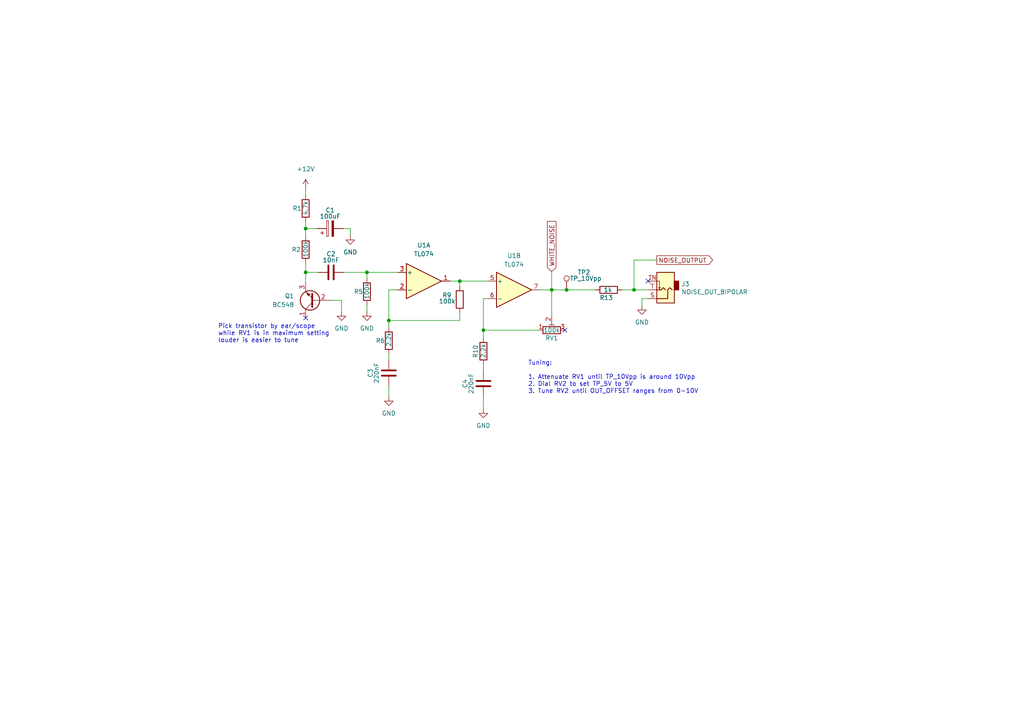
<source format=kicad_sch>
(kicad_sch (version 20211123) (generator eeschema)
  (paper "A4")
  (lib_symbols
    (symbol "Amplifier_Operational:TL074" (pin_names (offset 0.127))
      (property "Reference" "U" (at 0 5.08 0))
      (property "Value" "TL074" (at 0 -5.08 0))
      (symbol "TL074_1_1"
        (polyline (pts (xy -5.08 5.08) (xy 5.08 0) (xy -5.08 -5.08) (xy -5.08 5.08)) (stroke (width 0.254)) (fill (type background)))
        (pin output line (at 7.62 0 180) (length 2.54) (name "~") (number "1"))
        (pin input line (at -7.62 -2.54 0) (length 2.54) (name "-") (number "2"))
        (pin input line (at -7.62 2.54 0) (length 2.54) (name "+") (number "3"))
      )
      (symbol "TL074_2_1"
        (polyline (pts (xy -5.08 5.08) (xy 5.08 0) (xy -5.08 -5.08) (xy -5.08 5.08)) (stroke (width 0.254)) (fill (type background)))
        (pin input line (at -7.62 2.54 0) (length 2.54) (name "+") (number "5"))
        (pin input line (at -7.62 -2.54 0) (length 2.54) (name "-") (number "6"))
        (pin output line (at 7.62 0 180) (length 2.54) (name "~") (number "7"))
      )
      (symbol "TL074_3_1"
        (polyline (pts (xy -5.08 5.08) (xy 5.08 0) (xy -5.08 -5.08) (xy -5.08 5.08)) (stroke (width 0.254)) (fill (type background)))
        (pin input line (at -7.62 2.54 0) (length 2.54) (name "+") (number "10"))
        (pin output line (at 7.62 0 180) (length 2.54) (name "~") (number "8"))
        (pin input line (at -7.62 -2.54 0) (length 2.54) (name "-") (number "9"))
      )
      (symbol "TL074_4_1"
        (polyline (pts (xy -5.08 5.08) (xy 5.08 0) (xy -5.08 -5.08) (xy -5.08 5.08)) (stroke (width 0.254)) (fill (type background)))
        (pin input line (at -7.62 2.54 0) (length 2.54) (name "+") (number "12"))
        (pin input line (at -7.62 -2.54 0) (length 2.54) (name "-") (number "13"))
        (pin output line (at 7.62 0 180) (length 2.54) (name "~") (number "14"))
      )
      (symbol "TL074_5_1"
        (pin power_in line (at -2.54 -7.62 90) (length 3.81) (name "V-") (number "11"))
        (pin power_in line (at -2.54 7.62 270) (length 3.81) (name "V+") (number "4"))
      )
    )
    (symbol "Connector:AudioJack2_SwitchT"
      (property "Reference" "J" (at 0 8.89 0))
      (property "Value" "AudioJack2_SwitchT" (at 0 6.35 0))
      (symbol "AudioJack2_SwitchT_0_1"
        (rectangle (start -2.54 0) (end -3.81 -2.54) (stroke (width 0.254)) (fill (type outline)))
        (polyline (pts (xy 1.778 -0.254) (xy 2.032 -0.762)))
        (polyline (pts (xy 0 0) (xy 0.635 -0.635) (xy 1.27 0) (xy 2.54 0)) (stroke (width 0.254)))
        (polyline (pts (xy 2.54 -2.54) (xy 1.778 -2.54) (xy 1.778 -0.254) (xy 1.524 -0.762)))
        (polyline (pts (xy 2.54 2.54) (xy -0.635 2.54) (xy -0.635 0) (xy -1.27 -0.635) (xy -1.905 0)) (stroke (width 0.254)))
        (rectangle (start 2.54 3.81) (end -2.54 -5.08) (stroke (width 0.254)) (fill (type background)))
      )
      (symbol "AudioJack2_SwitchT_1_1"
        (pin passive line (at 5.08 2.54 180) (length 2.54) (name "~") (number "S"))
        (pin passive line (at 5.08 0 180) (length 2.54) (name "~") (number "T"))
        (pin passive line (at 5.08 -2.54 180) (length 2.54) (name "~") (number "TN"))
      )
    )
    (symbol "Connector:TestPoint" (pin_numbers hide) (pin_names (offset 0.762) hide)
      (property "Reference" "TP" (at 0 6.858 0))
      (property "Value" "TestPoint" (at 0 5.08 0))
      (symbol "TestPoint_0_1"
        (circle (center 0 3.302) (radius 0.762))
      )
      (symbol "TestPoint_1_1"
        (pin passive line (at 0 0 90) (length 2.54) (name "1") (number "1"))
      )
    )
    (symbol "Device:C" (pin_numbers hide) (pin_names (offset 0.254))
      (property "Reference" "C" (at 0.635 2.54 0))
      (property "Value" "C" (at 0.635 -2.54 0))
      (symbol "C_0_1"
        (polyline (pts (xy -2.032 -0.762) (xy 2.032 -0.762)) (stroke (width 0.508)))
        (polyline (pts (xy -2.032 0.762) (xy 2.032 0.762)) (stroke (width 0.508)))
      )
      (symbol "C_1_1"
        (pin passive line (at 0 3.81 270) (length 2.794) (name "~") (number "1"))
        (pin passive line (at 0 -3.81 90) (length 2.794) (name "~") (number "2"))
      )
    )
    (symbol "Device:C_Polarized" (pin_numbers hide) (pin_names (offset 0.254))
      (property "Reference" "C" (at 0.635 2.54 0))
      (property "Value" "C_Polarized" (at 0.635 -2.54 0))
      (symbol "C_Polarized_0_1"
        (rectangle (start -2.286 0.508) (end 2.286 1.016))
        (polyline (pts (xy -1.778 2.286) (xy -0.762 2.286)))
        (polyline (pts (xy -1.27 2.794) (xy -1.27 1.778)))
        (rectangle (start 2.286 -0.508) (end -2.286 -1.016) (fill (type outline)))
      )
      (symbol "C_Polarized_1_1"
        (pin passive line (at 0 3.81 270) (length 2.794) (name "~") (number "1"))
        (pin passive line (at 0 -3.81 90) (length 2.794) (name "~") (number "2"))
      )
    )
    (symbol "Device:R" (pin_numbers hide) (pin_names (offset 0))
      (property "Reference" "R" (at 2.032 0 90))
      (property "Value" "R" (at 0 0 90))
      (symbol "R_0_1"
        (rectangle (start -1.016 -2.54) (end 1.016 2.54) (stroke (width 0.254)))
      )
      (symbol "R_1_1"
        (pin passive line (at 0 3.81 270) (length 1.27) (name "~") (number "1"))
        (pin passive line (at 0 -3.81 90) (length 1.27) (name "~") (number "2"))
      )
    )
    (symbol "Device:R_Potentiometer_Trim" (pin_names (offset 1.016) hide)
      (property "Reference" "RV" (at -4.445 0 90))
      (property "Value" "R_Potentiometer_Trim" (at -2.54 0 90))
      (symbol "R_Potentiometer_Trim_0_1"
        (polyline (pts (xy 1.524 0.762) (xy 1.524 -0.762)))
        (polyline (pts (xy 2.54 0) (xy 1.524 0)))
        (rectangle (start 1.016 2.54) (end -1.016 -2.54) (stroke (width 0.254)))
      )
      (symbol "R_Potentiometer_Trim_1_1"
        (pin passive line (at 0 3.81 270) (length 1.27) (name "1") (number "1"))
        (pin passive line (at 3.81 0 180) (length 1.27) (name "2") (number "2"))
        (pin passive line (at 0 -3.81 90) (length 1.27) (name "3") (number "3"))
      )
    )
    (symbol "Transistor_BJT:BC548" (pin_names (offset 0) hide)
      (property "Reference" "Q" (at 5.08 1.905 0))
      (property "Value" "BC548" (at 5.08 0 0))
      (symbol "BC548_0_1"
        (polyline (pts (xy 0 0) (xy 0.635 0)))
        (polyline (pts (xy 0.635 0.635) (xy 2.54 2.54)))
        (polyline (pts (xy 0.635 -0.635) (xy 2.54 -2.54) (xy 2.54 -2.54)))
        (polyline (pts (xy 0.635 1.905) (xy 0.635 -1.905) (xy 0.635 -1.905)) (stroke (width 0.508)))
        (polyline (pts (xy 1.27 -1.778) (xy 1.778 -1.27) (xy 2.286 -2.286) (xy 1.27 -1.778) (xy 1.27 -1.778)) (fill (type outline)))
        (circle (center 1.27 0) (radius 2.8194) (stroke (width 0.254)))
      )
      (symbol "BC548_1_1"
        (pin passive line (at 2.54 5.08 270) (length 2.54) (name "C") (number "1"))
        (pin input line (at -5.08 0 0) (length 5.08) (name "B") (number "2"))
        (pin passive line (at 2.54 -5.08 90) (length 2.54) (name "E") (number "3"))
      )
    )
    (symbol "power:+12V" (power) (pin_names (offset 0))
      (property "Value" "+12V" (at 0 3.556 0))
      (symbol "+12V_0_1"
        (polyline (pts (xy -0.762 1.27) (xy 0 2.54)))
        (polyline (pts (xy 0 0) (xy 0 2.54)))
        (polyline (pts (xy 0 2.54) (xy 0.762 1.27)))
      )
      (symbol "+12V_1_1"
        (pin power_in line (at 0 0 90) (length 0) hide (name "+12V") (number "1"))
      )
    )
    (symbol "power:GND" (power) (pin_names (offset 0))
      (property "Value" "GND" (at 0 -3.81 0))
      (symbol "GND_0_1"
        (polyline (pts (xy 0 0) (xy 0 -1.27) (xy 1.27 -1.27) (xy 0 -2.54) (xy -1.27 -1.27) (xy 0 -1.27)))
      )
      (symbol "GND_1_1"
        (pin power_in line (at 0 0 270) (length 0) hide (name "GND") (number "1"))
      )
    )
  )
  (junction (at 88.646 78.994))
  (junction (at 133.35 81.534))
  (junction (at 183.896 84.074))
  (junction (at 106.426 78.994))
  (junction (at 140.208 95.758))
  (junction (at 160.02 84.074))
  (junction (at 164.338 84.074))
  (junction (at 88.646 66.294))
  (junction (at 112.776 92.964))
  (no_connect (at 187.96 81.534))
  (no_connect (at 88.646 92.202))
  (no_connect (at 163.83 95.758))
  (wire (pts (xy 88.646 78.994) (xy 88.646 82.042)))
  (wire (pts (xy 183.896 75.438) (xy 183.896 84.074)))
  (wire (pts (xy 140.208 105.664) (xy 140.208 107.442)))
  (wire (pts (xy 160.02 84.074) (xy 164.338 84.074)))
  (wire (pts (xy 88.646 64.262) (xy 88.646 66.294)))
  (wire (pts (xy 112.776 102.616) (xy 112.776 104.394)))
  (wire (pts (xy 88.646 66.294) (xy 91.948 66.294)))
  (wire (pts (xy 186.182 86.614) (xy 186.182 88.646)))
  (wire (pts (xy 183.896 84.074) (xy 187.96 84.074)))
  (wire (pts (xy 133.35 81.534) (xy 133.35 83.058)))
  (wire (pts (xy 112.776 92.964) (xy 112.776 84.074)))
  (wire (pts (xy 140.208 86.614) (xy 140.208 95.758)))
  (wire (pts (xy 101.6 66.294) (xy 101.6 68.326)))
  (wire (pts (xy 130.556 81.534) (xy 133.35 81.534)))
  (wire (pts (xy 164.338 84.074) (xy 172.72 84.074)))
  (wire (pts (xy 156.718 84.074) (xy 160.02 84.074)))
  (wire (pts (xy 106.426 78.994) (xy 106.426 80.772)))
  (wire (pts (xy 106.426 78.994) (xy 115.316 78.994)))
  (wire (pts (xy 133.35 90.678) (xy 133.35 92.964)))
  (wire (pts (xy 140.208 95.758) (xy 140.208 98.044)))
  (wire (pts (xy 88.646 78.994) (xy 92.202 78.994)))
  (wire (pts (xy 160.02 84.074) (xy 160.02 91.948)))
  (wire (pts (xy 140.208 115.062) (xy 140.208 118.618)))
  (wire (pts (xy 88.646 54.61) (xy 88.646 56.642)))
  (wire (pts (xy 133.35 92.964) (xy 112.776 92.964)))
  (wire (pts (xy 99.06 87.122) (xy 99.06 90.424)))
  (wire (pts (xy 140.208 95.758) (xy 156.21 95.758)))
  (wire (pts (xy 140.208 86.614) (xy 141.478 86.614)))
  (wire (pts (xy 88.646 66.294) (xy 88.646 68.58)))
  (wire (pts (xy 99.822 78.994) (xy 106.426 78.994)))
  (wire (pts (xy 112.776 92.964) (xy 112.776 94.996)))
  (wire (pts (xy 96.266 87.122) (xy 99.06 87.122)))
  (wire (pts (xy 112.776 112.014) (xy 112.776 115.062)))
  (wire (pts (xy 99.568 66.294) (xy 101.6 66.294)))
  (wire (pts (xy 88.646 76.2) (xy 88.646 78.994)))
  (wire (pts (xy 106.426 88.392) (xy 106.426 90.424)))
  (wire (pts (xy 160.02 78.74) (xy 160.02 84.074)))
  (wire (pts (xy 187.96 86.614) (xy 186.182 86.614)))
  (wire (pts (xy 180.34 84.074) (xy 183.896 84.074)))
  (wire (pts (xy 112.776 84.074) (xy 115.316 84.074)))
  (wire (pts (xy 190.5 75.438) (xy 183.896 75.438)))
  (wire (pts (xy 133.35 81.534) (xy 141.478 81.534)))
  (text "Pick transistor by ear/scope\nwhile RV1 is in maximum setting\nlouder is easier to tune" (at 63.246 99.568 0) (effects (font (size 1.27 1.27)) (justify left bottom)))
  (text "Tuning:\n\n1. Attenuate RV1 until TP_10Vpp is around 10Vpp\n2. Dial RV2 to set TP_5V to 5V\n3. Tune RV2 until OUT_OFFSET ranges from 0-10V" (at 153.162 114.3 0) (effects (font (size 1.27 1.27)) (justify left bottom)))
  (global_label "WHITE_NOISE" (shape input) (at 160.02 78.74 90) (property "Intersheet References" "${INTERSHEET_REFS}" (effects hide)))
  (global_label "NOISE_OUTPUT" (shape output) (at 190.5 75.438 0) (property "Intersheet References" "${INTERSHEET_REFS}" (effects hide)))
  (symbol (lib_id "Connector:AudioJack2_SwitchT") (at 193.04 84.074 180) (unit 1)
    (property "Reference" "J3" (at 197.612 82.3722 0) (effects (justify right)))
    (property "Value" "NOISE_OUT_BIPOLAR" (at 197.612 84.6836 0) (effects (justify right)))
    (property "Footprint" "benjiaomodular:AudioJack_3.5mm" (effects hide))
  )
  (symbol (lib_id "Device:R") (at 88.646 60.452 0) (unit 1)
    (property "Reference" "R1" (at 84.836 60.452 0) (effects (justify left)))
    (property "Value" "4.7k" (at 88.646 62.484 90) (effects (justify left)))
    (property "Footprint" "Resistor_SMD:R_0603_1608Metric_Pad0.98x0.95mm_HandSolder" (effects hide))
  )
  (symbol (lib_id "Device:C") (at 140.208 111.252 180) (unit 1)
    (property "Reference" "C4" (at 134.874 111.252 90))
    (property "Value" "220nF" (at 136.652 111.252 90))
    (property "Footprint" "Capacitor_SMD:C_0603_1608Metric_Pad1.08x0.95mm_HandSolder" (effects hide))
  )
  (symbol (lib_id "power:GND") (at 186.182 88.646 0) (unit 1)
    (property "Reference" "#PWR012" (effects hide))
    (property "Value" "GND" (at 186.182 93.472 0))
  )
  (symbol (lib_id "Device:R") (at 176.53 84.074 90) (unit 1)
    (property "Reference" "R13" (at 177.8 86.36 90) (effects (justify left)))
    (property "Value" "1k" (at 177.546 84.074 90) (effects (justify left)))
    (property "Footprint" "Resistor_SMD:R_0603_1608Metric_Pad0.98x0.95mm_HandSolder" (effects hide))
  )
  (symbol (lib_id "power:+12V") (at 88.646 54.61 0) (unit 1)
    (property "Reference" "#PWR01" (effects hide))
    (property "Value" "+12V" (at 88.646 49.022 0))
  )
  (symbol (lib_id "power:GND") (at 106.426 90.424 0) (unit 1)
    (property "Reference" "#PWR06" (effects hide))
    (property "Value" "GND" (at 106.426 95.25 0))
  )
  (symbol (lib_id "Device:C_Polarized") (at 95.758 66.294 90) (unit 1)
    (property "Reference" "C1" (at 95.758 60.96 90))
    (property "Value" "100uF" (at 95.758 62.738 90))
    (property "Footprint" "benjiaomodular:Capacitor_Radial_D5.0mm_P2.5mm" (effects hide))
  )
  (symbol (lib_id "Device:R") (at 112.776 98.806 0) (unit 1)
    (property "Reference" "R6" (at 108.966 98.806 0) (effects (justify left)))
    (property "Value" "2.2k" (at 112.776 100.584 90) (effects (justify left)))
    (property "Footprint" "Resistor_SMD:R_0603_1608Metric_Pad0.98x0.95mm_HandSolder" (effects hide))
  )
  (symbol (lib_id "power:GND") (at 140.208 118.618 0) (unit 1)
    (property "Reference" "#PWR09" (effects hide))
    (property "Value" "GND" (at 140.208 123.444 0))
  )
  (symbol (lib_id "Amplifier_Operational:TL074") (at 122.936 81.534 0) (unit 1)
    (property "Reference" "U1" (at 122.936 71.12 0))
    (property "Value" "TL074" (at 122.936 73.66 0))
    (property "Footprint" "Package_SO:SOIC-14_3.9x8.7mm_P1.27mm" (effects hide))
    (property "Datasheet" "http://www.ti.com/lit/ds/symlink/tl071.pdf" (effects hide))
  )
  (symbol (lib_id "power:GND") (at 99.06 90.424 0) (unit 1)
    (property "Reference" "#PWR03" (effects hide))
    (property "Value" "GND" (at 99.06 95.25 0))
  )
  (symbol (lib_id "Amplifier_Operational:TL074") (at 149.098 84.074 0) (unit 2)
    (property "Reference" "U1" (at 149.098 74.168 0))
    (property "Value" "TL074" (at 149.098 76.708 0))
    (property "Footprint" "Package_SO:SOIC-14_3.9x8.7mm_P1.27mm" (effects hide))
    (property "Datasheet" "http://www.ti.com/lit/ds/symlink/tl071.pdf" (effects hide))
  )
  (symbol (lib_id "Device:R_Potentiometer_Trim") (at 160.02 95.758 90) (unit 1)
    (property "Reference" "RV1" (at 160.02 98.044 90))
    (property "Value" "100k" (at 160.02 95.758 90))
    (property "Footprint" "Potentiometer_THT:Potentiometer_Bourns_3266Y_Vertical" (effects hide))
  )
  (symbol (lib_id "Device:C") (at 96.012 78.994 90) (unit 1)
    (property "Reference" "C2" (at 96.012 73.66 90))
    (property "Value" "10nF" (at 96.012 75.438 90))
    (property "Footprint" "Capacitor_SMD:C_0603_1608Metric_Pad1.08x0.95mm_HandSolder" (effects hide))
  )
  (symbol (lib_id "power:GND") (at 112.776 115.062 0) (unit 1)
    (property "Reference" "#PWR07" (effects hide))
    (property "Value" "GND" (at 112.776 119.888 0))
  )
  (symbol (lib_id "Device:R") (at 133.35 86.868 0) (unit 1)
    (property "Reference" "R9" (at 128.27 85.598 0) (effects (justify left)))
    (property "Value" "100k" (at 127.254 87.376 0) (effects (justify left)))
    (property "Footprint" "Resistor_SMD:R_0603_1608Metric_Pad0.98x0.95mm_HandSolder" (effects hide))
  )
  (symbol (lib_id "Device:R") (at 140.208 101.854 0) (unit 1)
    (property "Reference" "R10" (at 137.922 103.886 90) (effects (justify left)))
    (property "Value" "2.2k" (at 140.208 103.886 90) (effects (justify left)))
    (property "Footprint" "Resistor_SMD:R_0603_1608Metric_Pad0.98x0.95mm_HandSolder" (effects hide))
  )
  (symbol (lib_id "Device:R") (at 106.426 84.582 0) (unit 1)
    (property "Reference" "R5" (at 102.616 84.582 0) (effects (justify left)))
    (property "Value" "100k" (at 106.426 86.868 90) (effects (justify left)))
    (property "Footprint" "Resistor_SMD:R_0603_1608Metric_Pad0.98x0.95mm_HandSolder" (effects hide))
  )
  (symbol (lib_id "power:GND") (at 101.6 68.326 0) (unit 1)
    (property "Reference" "#PWR04" (effects hide))
    (property "Value" "GND" (at 101.6 73.152 0))
  )
  (symbol (lib_id "Connector:TestPoint") (at 164.338 84.074 0) (unit 1)
    (property "Reference" "TP2" (at 171.196 78.994 0) (effects (justify right)))
    (property "Value" "TP_10Vpp" (at 174.498 80.772 0) (effects (justify right)))
    (property "Footprint" "TestPoint:TestPoint_Pad_2.0x2.0mm" (effects hide))
  )
  (symbol (lib_id "Device:C") (at 112.776 108.204 180) (unit 1)
    (property "Reference" "C3" (at 107.442 108.204 90))
    (property "Value" "220nF" (at 109.22 108.204 90))
    (property "Footprint" "Capacitor_SMD:C_0603_1608Metric_Pad1.08x0.95mm_HandSolder" (effects hide))
  )
  (symbol (lib_id "Transistor_BJT:BC548") (at 91.186 87.122 180) (unit 1)
    (property "Reference" "Q1" (at 85.344 85.8519 0) (effects (justify left)))
    (property "Value" "BC548" (at 85.344 88.3919 0) (effects (justify left)))
    (property "Footprint" "Package_TO_SOT_THT:TO-92_Inline" (effects hide))
    (property "Datasheet" "https://www.onsemi.com/pub/Collateral/BC550-D.pdf" (effects hide))
  )
  (symbol (lib_id "Device:R") (at 88.646 72.39 0) (unit 1)
    (property "Reference" "R2" (at 84.582 72.39 0) (effects (justify left)))
    (property "Value" "100k" (at 88.646 74.676 90) (effects (justify left)))
    (property "Footprint" "Resistor_SMD:R_0603_1608Metric_Pad0.98x0.95mm_HandSolder" (effects hide))
  )
)
</source>
